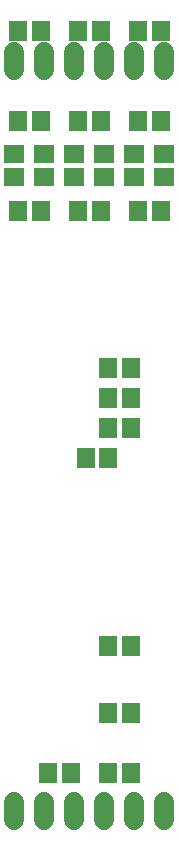
<source format=gbs>
G75*
G70*
%OFA0B0*%
%FSLAX24Y24*%
%IPPOS*%
%LPD*%
%AMOC8*
5,1,8,0,0,1.08239X$1,22.5*
%
%ADD10R,0.0592X0.0710*%
%ADD11R,0.0592X0.0671*%
%ADD12C,0.0680*%
%ADD13R,0.0671X0.0592*%
D10*
X006503Y013651D03*
X007251Y013651D03*
X007253Y015651D03*
X008001Y015651D03*
D11*
X008001Y016651D03*
X007253Y016651D03*
X007253Y014651D03*
X008001Y014651D03*
X008001Y007401D03*
X007253Y007401D03*
X007253Y005151D03*
X008001Y005151D03*
X008001Y003151D03*
X007253Y003151D03*
X006001Y003151D03*
X005253Y003151D03*
X005001Y021901D03*
X004253Y021901D03*
X004253Y024901D03*
X005001Y024901D03*
X006253Y024901D03*
X007001Y024901D03*
X007001Y021901D03*
X006253Y021901D03*
X008253Y021901D03*
X009001Y021901D03*
X009001Y024901D03*
X008253Y024901D03*
X008253Y027901D03*
X009001Y027901D03*
X007001Y027901D03*
X006253Y027901D03*
X005001Y027901D03*
X004253Y027901D03*
D12*
X004127Y002201D02*
X004127Y001601D01*
X005127Y001601D02*
X005127Y002201D01*
X006127Y002201D02*
X006127Y001601D01*
X007127Y001601D02*
X007127Y002201D01*
X008127Y002201D02*
X008127Y001601D01*
X009127Y001601D02*
X009127Y002201D01*
X009127Y026601D02*
X009127Y027201D01*
X008127Y027201D02*
X008127Y026601D01*
X007127Y026601D02*
X007127Y027201D01*
X006127Y027201D02*
X006127Y026601D01*
X005127Y026601D02*
X005127Y027201D01*
X004127Y027201D02*
X004127Y026601D01*
D13*
X004127Y023775D03*
X004127Y023027D03*
X005127Y023027D03*
X005127Y023775D03*
X006127Y023775D03*
X006127Y023027D03*
X007127Y023027D03*
X007127Y023775D03*
X008127Y023775D03*
X008127Y023027D03*
X009127Y023027D03*
X009127Y023775D03*
M02*

</source>
